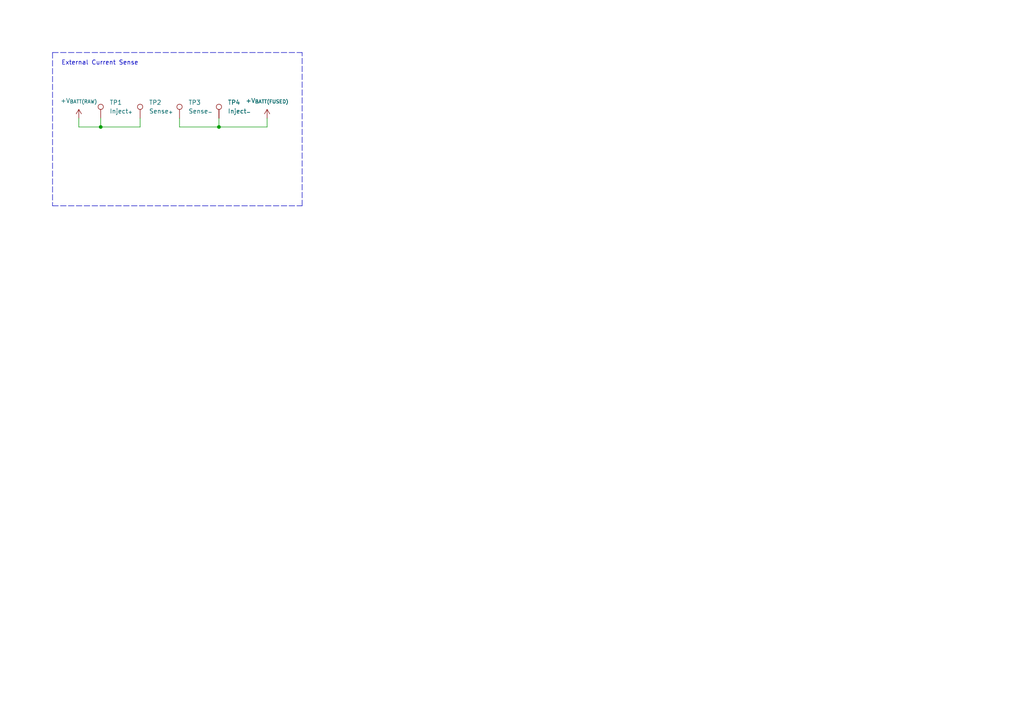
<source format=kicad_sch>
(kicad_sch (version 20211123) (generator eeschema)
  (paper "A4")
  (title_block (title "Bodge Control") (date "2022-12-07") (rev "1.0.0") (company "The A-Team (RC SSL)") (comment 1 "W. Stuckey & R. Osawa"))
  (lib_symbols
    (symbol "AT-Supplies:+V_{BATT(FUSED)}" (power) (pin_names (offset 0)) (in_bom no) (on_board no)
      (property "Value" "+V_{BATT(FUSED)}" (at 0 5.08 0))
      (symbol "+V_{BATT(FUSED)}_0_1"
        (polyline (pts (xy -0.76 1.27) (xy 0.002 2.54)))
        (polyline (pts (xy 0.002 0) (xy 0.002 2.54)))
        (polyline (pts (xy 0.002 2.54) (xy 0.764 1.27)))
      )
      (symbol "+V_{BATT(FUSED)}_1_1"
        (pin power_in line (at 0 0 90) (length 0) hide (name "+V_{BATT(FUSED)}") (number "1"))
      )
    )
    (symbol "AT-Supplies:+V_{BATT(RAW)}" (power) (pin_names (offset 0)) (in_bom no) (on_board no)
      (property "Value" "+V_{BATT(RAW)}" (at 0 5.08 0))
      (symbol "+V_{BATT(RAW)}_0_1"
        (polyline (pts (xy -0.76 1.27) (xy 0.002 2.54)))
        (polyline (pts (xy 0.002 0) (xy 0.002 2.54)))
        (polyline (pts (xy 0.002 2.54) (xy 0.764 1.27)))
      )
      (symbol "+V_{BATT(RAW)}_1_1"
        (pin power_in line (at 0 0 90) (length 0) hide (name "+V_{BATT(RAW)}") (number "1"))
      )
    )
    (symbol "Connector:TestPoint" (pin_numbers hide) (pin_names (offset 0.762) hide)
      (property "Reference" "TP" (at 0 6.858 0))
      (property "Value" "TestPoint" (at 0 5.08 0))
      (symbol "TestPoint_0_1"
        (circle (center 0 3.302) (radius 0.762))
      )
      (symbol "TestPoint_1_1"
        (pin passive line (at 0 0 90) (length 2.54) (name "1") (number "1"))
      )
    )
  )
  (junction (at 29.21 36.83))
  (junction (at 63.5 36.83))
  (wire (pts (xy 22.86 34.29) (xy 22.86 36.83)))
  (wire (pts (xy 63.5 36.83) (xy 77.47 36.83)))
  (wire (pts (xy 77.47 34.29) (xy 77.47 36.83)))
  (wire (pts (xy 63.5 34.29) (xy 63.5 36.83)))
  (wire (pts (xy 52.07 36.83) (xy 63.5 36.83)))
  (wire (pts (xy 22.86 36.83) (xy 29.21 36.83)))
  (wire (pts (xy 40.64 34.29) (xy 40.64 36.83)))
  (wire (pts (xy 52.07 34.29) (xy 52.07 36.83)))
  (polyline (pts (xy 15.24 59.69) (xy 87.63 59.69)) (stroke (width 0) (type dash)))
  (polyline (pts (xy 15.24 15.24) (xy 87.63 15.24)) (stroke (width 0) (type dash)))
  (polyline (pts (xy 15.24 15.24) (xy 15.24 59.69)) (stroke (width 0) (type dash)))
  (polyline (pts (xy 87.63 59.69) (xy 87.63 15.24)) (stroke (width 0) (type dash)))
  (wire (pts (xy 29.21 36.83) (xy 40.64 36.83)))
  (wire (pts (xy 29.21 34.29) (xy 29.21 36.83)))
  (text "External Current Sense" (at 17.78 19.05 0) (effects (font (size 1.27 1.27)) (justify left bottom)))
  (symbol (lib_id "Connector:TestPoint") (at 52.07 34.29 0) (mirror y) (unit 1) (in_bom no)
    (property "Reference" "TP3" (at 54.61 29.7179 0) (effects (justify right)))
    (property "Value" "Sense_{-}" (at 54.61 32.2579 0) (effects (justify right)))
    (property "Footprint" "TestPoint:TestPoint_THTPad_2.0x2.0mm_Drill1.0mm" (effects hide))
  )
  (symbol (lib_id "Connector:TestPoint") (at 40.64 34.29 0) (unit 1) (in_bom no)
    (property "Reference" "TP2" (at 43.18 29.7179 0) (effects (justify left)))
    (property "Value" "Sense_{+}" (at 43.18 32.2579 0) (effects (justify left)))
    (property "Footprint" "TestPoint:TestPoint_THTPad_2.0x2.0mm_Drill1.0mm" (effects hide))
  )
  (symbol (lib_id "Connector:TestPoint") (at 63.5 34.29 0) (mirror y) (unit 1) (in_bom no)
    (property "Reference" "TP4" (at 66.04 29.7179 0) (effects (justify right)))
    (property "Value" "Inject_{-}" (at 66.04 32.2579 0) (effects (justify right)))
    (property "Footprint" "TestPoint:TestPoint_THTPad_2.0x2.0mm_Drill1.0mm" (effects hide))
  )
  (symbol (lib_id "AT-Supplies:+V_{BATT(FUSED)}") (at 77.47 34.29 0) (unit 1) (in_bom no) (on_board no)
    (property "Reference" "#PWR050" (effects hide))
    (property "Value" "+V_{BATT(FUSED)}" (at 77.472 29.21 0))
  )
  (symbol (lib_id "AT-Supplies:+V_{BATT(RAW)}") (at 22.86 34.29 0) (unit 1) (in_bom no) (on_board no)
    (property "Reference" "#PWR049" (effects hide))
    (property "Value" "+V_{BATT(RAW)}" (at 22.862 29.21 0))
  )
  (symbol (lib_id "Connector:TestPoint") (at 29.21 34.29 0) (mirror y) (unit 1) (in_bom no)
    (property "Reference" "TP1" (at 31.75 29.7179 0) (effects (justify right)))
    (property "Value" "Inject_{+}" (at 31.75 32.2579 0) (effects (justify right)))
    (property "Footprint" "TestPoint:TestPoint_THTPad_2.0x2.0mm_Drill1.0mm" (effects hide))
  )
)
</source>
